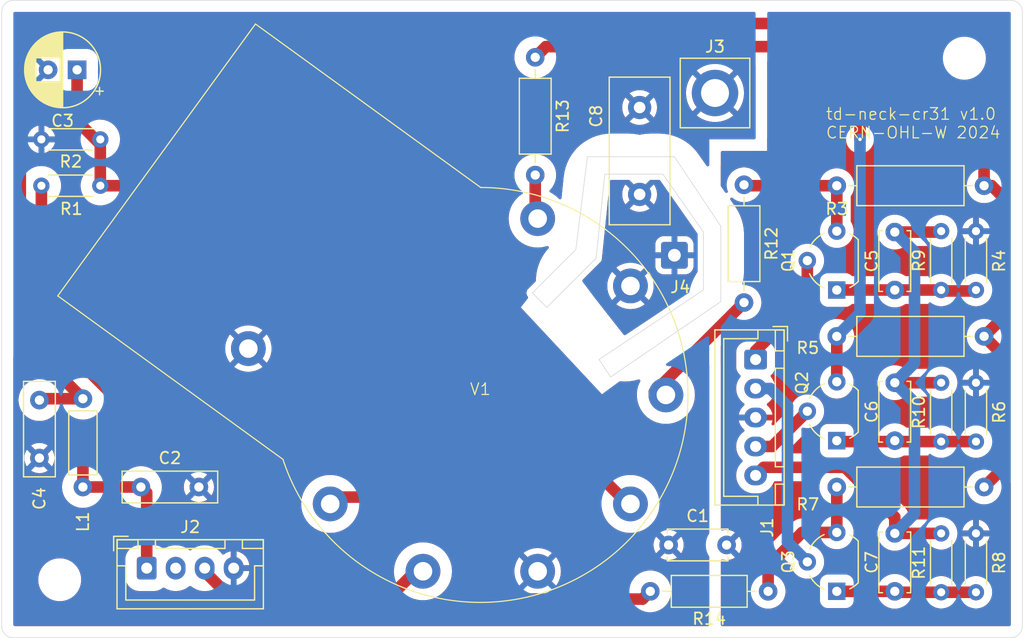
<source format=kicad_pcb>
(kicad_pcb (version 20221018) (generator pcbnew)
  (layers (0 "F.Cu" signal) (31 "B.Cu" signal) (34 "B.Paste" user) (35 "F.Paste" user) (36 "B.SilkS" user "B.Silkscreen") (37 "F.SilkS" user "F.Silkscreen") (38 "B.Mask" user) (39 "F.Mask" user) (44 "Edge.Cuts" user))
  (net 0 "")
  (net 1 "Net-(J2-Pin_1)")
  (net 2 "GND")
  (net 3 "Net-(Q1-E)")
  (net 4 "Net-(Q2-E)")
  (net 5 "Net-(Q3-E)")
  (net 6 "GND1")
  (net 8 "/H")
  (net 9 "/R_IN")
  (net 10 "Net-(Q1-C)")
  (net 11 "/G_IN")
  (net 12 "Net-(Q2-C)")
  (net 13 "/B_IN")
  (net 14 "Net-(Q3-C)")
  (net 15 "/KR")
  (net 16 "/KG")
  (net 17 "/KB")
  (net 18 "/G2")
  (net 19 "Net-(C3-Pad1)")
  (net 20 "Net-(C4-Pad1)")
  (net 21 "Net-(J1-Pin_5)")
  (footprint "Connector_JST:JST_XH_B4B-XH-A_1x04_P2.50mm_Vertical" (layer "F.Cu") (at 113.5 106)
    (fp_text reference "J2" (at 3.75 -3.55) (layer "F.SilkS"))
    (fp_text value "Conn_01x04_Pin")
    (pad "1" thru_hole roundrect (at 0 0) (size 1.7 1.95) (drill 0.95) (layers "*.Cu" "*.Mask") (roundrect_rratio 0.1470588235) (net 1 "Net-(J2-Pin_1)"))
    (pad "2" thru_hole oval (at 2.5 0) (size 1.7 1.95) (drill 0.95) (layers "*.Cu" "*.Mask"))
    (pad "3" thru_hole oval (at 5 0) (size 1.7 1.95) (drill 0.95) (layers "*.Cu" "*.Mask") (net 8 "/H"))
    (pad "4" thru_hole oval (at 7.5 0) (size 1.7 1.95) (drill 0.95) (layers "*.Cu" "*.Mask") (net 2 "GND"))
  )
  (footprint "Capacitor_THT:C_Disc_D8.0mm_W2.5mm_P5.00mm" (layer "F.Cu") (at 104.25 91.5 -90)
    (fp_text reference "C4" (at 8.5 0 90) (layer "F.SilkS"))
    (fp_text value "1000pF")
    (pad "1" thru_hole circle (at 0 0 270) (size 1.6 1.6) (drill 0.8) (layers "*.Cu" "*.Mask") (net 20 "Net-(C4-Pad1)"))
    (pad "2" thru_hole circle (at 5 0 270) (size 1.6 1.6) (drill 0.8) (layers "*.Cu" "*.Mask") (net 2 "GND"))
  )
  (footprint "Resistor_THT:R_Axial_DIN0204_L3.6mm_D1.6mm_P5.08mm_Horizontal" (layer "F.Cu") (at 182 95.08 90)
    (fp_text reference "R10" (at 2.54 -1.92 90) (layer "F.SilkS"))
    (fp_text value "330")
    (pad "1" thru_hole circle (at 0 0 90) (size 1.4 1.4) (drill 0.7) (layers "*.Cu" "*.Mask") (net 4 "Net-(Q2-E)"))
    (pad "2" thru_hole oval (at 5.08 0 90) (size 1.4 1.4) (drill 0.7) (layers "*.Cu" "*.Mask") (net 21 "Net-(J1-Pin_5)"))
  )
  (footprint "Resistor_THT:R_Axial_DIN0207_L6.3mm_D2.5mm_P10.16mm_Horizontal" (layer "F.Cu") (at 167.08 108 180)
    (fp_text reference "R14" (at 5.08 -2.37) (layer "F.SilkS"))
    (fp_text value "2.7k")
    (pad "1" thru_hole circle (at 0 0 180) (size 1.6 1.6) (drill 0.8) (layers "*.Cu" "*.Mask") (net 14 "Net-(Q3-C)"))
    (pad "2" thru_hole oval (at 10.16 0 180) (size 1.6 1.6) (drill 0.8) (layers "*.Cu" "*.Mask") (net 17 "/KB"))
  )
  (footprint "Capacitor_THT:C_Disc_D12.5mm_W5.0mm_P7.50mm" (layer "F.Cu") (at 156 73.75 90)
    (fp_text reference "C8" (at 6.75 -3.75 90) (layer "F.SilkS"))
    (fp_text value "680pF 2kV")
    (pad "1" thru_hole circle (at 0 0 90) (size 2 2) (drill 1) (layers "*.Cu" "*.Mask") (net 18 "/G2"))
    (pad "2" thru_hole circle (at 7.5 0 90) (size 2 2) (drill 1) (layers "*.Cu" "*.Mask") (net 2 "GND"))
  )
  (footprint "Resistor_THT:R_Axial_DIN0309_L9.0mm_D3.2mm_P12.70mm_Horizontal" (layer "F.Cu") (at 185.7 86 180)
    (fp_text reference "R5" (at 15.2 -1) (layer "F.SilkS"))
    (fp_text value "15k")
    (pad "1" thru_hole circle (at 0 0 180) (size 1.6 1.6) (drill 0.8) (layers "*.Cu" "*.Mask") (net 20 "Net-(C4-Pad1)"))
    (pad "2" thru_hole oval (at 12.7 0 180) (size 1.6 1.6) (drill 0.8) (layers "*.Cu" "*.Mask") (net 12 "Net-(Q2-C)"))
  )
  (footprint "MountingHole:MountingHole_3.2mm_M3_ISO14580" (layer "F.Cu") (at 106 107)
    (fp_text reference "H2" hide)
    (fp_text value "MountingHole")
    (pad "" np_thru_hole circle (at 0 0) (size 3.2 3.2) (drill 3.2) (layers "*.Cu" "*.Mask"))
  )
  (footprint "Capacitor_THT:CP_Radial_D6.3mm_P2.50mm" (layer "F.Cu") (at 107.5 63 180)
    (fp_text reference "C3" (at 1.25 -4.4) (layer "F.SilkS"))
    (fp_text value "10uF")
    (pad "1" thru_hole rect (at 0 0 180) (size 1.6 1.6) (drill 0.8) (layers "*.Cu" "*.Mask") (net 19 "Net-(C3-Pad1)"))
    (pad "2" thru_hole circle (at 2.5 0 180) (size 1.6 1.6) (drill 0.8) (layers "*.Cu" "*.Mask") (net 2 "GND"))
  )
  (footprint "Connector_Wire:SolderWire-0.5sqmm_1x01_D0.9mm_OD2.3mm" (layer "F.Cu") (at 159 79)
    (fp_text reference "J4" (at 0.5 2.75) (layer "F.SilkS"))
    (fp_text value "Wire")
    (pad "1" thru_hole roundrect (at 0 0) (size 2.3 2.3) (drill 1.1) (layers "*.Cu" "*.Mask") (roundrect_rratio 0.108696087) (net 18 "/G2"))
  )
  (footprint "td-neck:GZS8-6-1" (layer "F.Cu") (at 142.26573 91.053413)
    (fp_text reference "V1" (at 0 -0.5 unlocked) (layer "F.SilkS") (effects (font (thickness 0.1))))
    (fp_text value "~")
    (pad "0" thru_hole circle (at -20 -4) (size 3 3) (drill 1.6) (layers "*.Cu" "*.Mask") (net 2 "GND"))
    (pad "3" thru_hole circle (at -12.944272 9.404564) (size 3 3) (drill 1.6) (layers "*.Cu" "*.Mask") (net 17 "/KB"))
    (pad "4" thru_hole circle (at -4.944272 15.216904) (size 3 3) (drill 1.6) (layers "*.Cu" "*.Mask") (net 8 "/H"))
    (pad "5" thru_hole circle (at 4.944272 15.216904) (size 3 3) (drill 1.6) (layers "*.Cu" "*.Mask") (net 2 "GND"))
    (pad "6" thru_hole circle (at 12.944272 9.404564) (size 3 3) (drill 1.6) (layers "*.Cu" "*.Mask") (net 19 "Net-(C3-Pad1)"))
    (pad "7" thru_hole circle (at 16 0) (size 3 3) (drill 1.6) (layers "*.Cu" "*.Mask") (net 15 "/KR"))
    (pad "8" thru_hole circle (at 12.944272 -9.404564) (size 3 3) (drill 1.6) (layers "*.Cu" "*.Mask") (net 18 "/G2"))
    (pad "9" thru_hole circle (at 4.944272 -15.216904) (size 3 3) (drill 1.6) (layers "*.Cu" "*.Mask") (net 16 "/KG"))
  )
  (footprint "Resistor_THT:R_Axial_DIN0204_L3.6mm_D1.6mm_P5.08mm_Horizontal" (layer "F.Cu") (at 182 82 90)
    (fp_text reference "R9" (at 2.54 -1.92 90) (layer "F.SilkS"))
    (fp_text value "330")
    (pad "1" thru_hole circle (at 0 0 90) (size 1.4 1.4) (drill 0.7) (layers "*.Cu" "*.Mask") (net 3 "Net-(Q1-E)"))
    (pad "2" thru_hole oval (at 5.08 0 90) (size 1.4 1.4) (drill 0.7) (layers "*.Cu" "*.Mask") (net 21 "Net-(J1-Pin_5)"))
  )
  (footprint "Inductor_THT:L_Axial_L5.3mm_D2.2mm_P7.62mm_Horizontal_Vishay_IM-1" (layer "F.Cu") (at 108 99 90)
    (fp_text reference "L1" (at -3 0 90) (layer "F.SilkS"))
    (fp_text value "150uH")
    (pad "1" thru_hole circle (at 0 0 90) (size 1.6 1.6) (drill 0.8) (layers "*.Cu" "*.Mask") (net 1 "Net-(J2-Pin_1)"))
    (pad "2" thru_hole oval (at 7.62 0 90) (size 1.6 1.6) (drill 0.8) (layers "*.Cu" "*.Mask") (net 20 "Net-(C4-Pad1)"))
  )
  (footprint "Package_TO_SOT_THT:TO-92_Wide" (layer "F.Cu") (at 173 108 90)
    (fp_text reference "Q3" (at 2.55 -4.19 90) (layer "F.SilkS"))
    (fp_text value "2N6517TA")
    (pad "1" thru_hole rect (at 0 0 90) (size 1.5 1.5) (drill 0.8) (layers "*.Cu" "*.Mask") (net 5 "Net-(Q3-E)"))
    (pad "2" thru_hole circle (at 2.54 -2.54 90) (size 1.5 1.5) (drill 0.8) (layers "*.Cu" "*.Mask") (net 13 "/B_IN"))
    (pad "3" thru_hole circle (at 5.08 0 90) (size 1.5 1.5) (drill 0.8) (layers "*.Cu" "*.Mask") (net 14 "Net-(Q3-C)"))
  )
  (footprint "Resistor_THT:R_Axial_DIN0204_L3.6mm_D1.6mm_P5.08mm_Horizontal" (layer "F.Cu") (at 109.5 69 180)
    (fp_text reference "R2" (at 2.54 -1.92) (layer "F.SilkS"))
    (fp_text value "22k")
    (pad "1" thru_hole circle (at 0 0 180) (size 1.4 1.4) (drill 0.7) (layers "*.Cu" "*.Mask") (net 19 "Net-(C3-Pad1)"))
    (pad "2" thru_hole oval (at 5.08 0 180) (size 1.4 1.4) (drill 0.7) (layers "*.Cu" "*.Mask") (net 2 "GND"))
  )
  (footprint "Resistor_THT:R_Axial_DIN0204_L3.6mm_D1.6mm_P5.08mm_Horizontal" (layer "F.Cu") (at 185 82 90)
    (fp_text reference "R4" (at 2.5 2 90) (layer "F.SilkS"))
    (fp_text value "280")
    (pad "1" thru_hole circle (at 0 0 90) (size 1.4 1.4) (drill 0.7) (layers "*.Cu" "*.Mask") (net 3 "Net-(Q1-E)"))
    (pad "2" thru_hole oval (at 5.08 0 90) (size 1.4 1.4) (drill 0.7) (layers "*.Cu" "*.Mask") (net 6 "GND1"))
  )
  (footprint "Capacitor_THT:C_Disc_D5.0mm_W2.5mm_P5.00mm" (layer "F.Cu") (at 178 95 90)
    (fp_text reference "C6" (at 2.5 -2 90) (layer "F.SilkS"))
    (fp_text value "560pF")
    (pad "1" thru_hole circle (at 0 0 90) (size 1.6 1.6) (drill 0.8) (layers "*.Cu" "*.Mask") (net 4 "Net-(Q2-E)"))
    (pad "2" thru_hole circle (at 5 0 90) (size 1.6 1.6) (drill 0.8) (layers "*.Cu" "*.Mask") (net 21 "Net-(J1-Pin_5)"))
  )
  (footprint "Resistor_THT:R_Axial_DIN0309_L9.0mm_D3.2mm_P12.70mm_Horizontal" (layer "F.Cu") (at 185.7 99 180)
    (fp_text reference "R7" (at 15.2 -1.5) (layer "F.SilkS"))
    (fp_text value "15k")
    (pad "1" thru_hole circle (at 0 0 180) (size 1.6 1.6) (drill 0.8) (layers "*.Cu" "*.Mask") (net 20 "Net-(C4-Pad1)"))
    (pad "2" thru_hole oval (at 12.7 0 180) (size 1.6 1.6) (drill 0.8) (layers "*.Cu" "*.Mask") (net 14 "Net-(Q3-C)"))
  )
  (footprint "Resistor_THT:R_Axial_DIN0204_L3.6mm_D1.6mm_P5.08mm_Horizontal" (layer "F.Cu") (at 182 108.08 90)
    (fp_text reference "R11" (at 2.54 -1.92 90) (layer "F.SilkS"))
    (fp_text value "330")
    (pad "1" thru_hole circle (at 0 0 90) (size 1.4 1.4) (drill 0.7) (layers "*.Cu" "*.Mask") (net 5 "Net-(Q3-E)"))
    (pad "2" thru_hole oval (at 5.08 0 90) (size 1.4 1.4) (drill 0.7) (layers "*.Cu" "*.Mask") (net 21 "Net-(J1-Pin_5)"))
  )
  (footprint "Package_TO_SOT_THT:TO-92_Wide" (layer "F.Cu") (at 173 95 90)
    (fp_text reference "Q2" (at 5 -3 90) (layer "F.SilkS"))
    (fp_text value "2N6517TA")
    (pad "1" thru_hole rect (at 0 0 90) (size 1.5 1.5) (drill 0.8) (layers "*.Cu" "*.Mask") (net 4 "Net-(Q2-E)"))
    (pad "2" thru_hole circle (at 2.54 -2.54 90) (size 1.5 1.5) (drill 0.8) (layers "*.Cu" "*.Mask") (net 11 "/G_IN"))
    (pad "3" thru_hole circle (at 5.08 0 90) (size 1.5 1.5) (drill 0.8) (layers "*.Cu" "*.Mask") (net 12 "Net-(Q2-C)"))
  )
  (footprint "Resistor_THT:R_Axial_DIN0204_L3.6mm_D1.6mm_P5.08mm_Horizontal" (layer "F.Cu") (at 104.42 73)
    (fp_text reference "R1" (at 2.58 2) (layer "F.SilkS"))
    (fp_text value "180k")
    (pad "1" thru_hole circle (at 0 0) (size 1.4 1.4) (drill 0.7) (layers "*.Cu" "*.Mask") (net 1 "Net-(J2-Pin_1)"))
    (pad "2" thru_hole oval (at 5.08 0) (size 1.4 1.4) (drill 0.7) (layers "*.Cu" "*.Mask") (net 19 "Net-(C3-Pad1)"))
  )
  (footprint "Capacitor_THT:C_Disc_D5.0mm_W2.5mm_P5.00mm" (layer "F.Cu") (at 158.5 104)
    (fp_text reference "C1" (at 2.5 -2.5) (layer "F.SilkS"))
    (fp_text value "330pF")
    (pad "1" thru_hole circle (at 0 0) (size 1.6 1.6) (drill 0.8) (layers "*.Cu" "*.Mask") (net 2 "GND"))
    (pad "2" thru_hole circle (at 5 0) (size 1.6 1.6) (drill 0.8) (layers "*.Cu" "*.Mask") (net 6 "GND1"))
  )
  (footprint "Resistor_THT:R_Axial_DIN0204_L3.6mm_D1.6mm_P5.08mm_Horizontal" (layer "F.Cu") (at 185 108.08 90)
    (fp_text reference "R8" (at 2.54 2 90) (layer "F.SilkS"))
    (fp_text value "280")
    (pad "1" thru_hole circle (at 0 0 90) (size 1.4 1.4) (drill 0.7) (layers "*.Cu" "*.Mask") (net 5 "Net-(Q3-E)"))
    (pad "2" thru_hole oval (at 5.08 0 90) (size 1.4 1.4) (drill 0.7) (layers "*.Cu" "*.Mask") (net 6 "GND1"))
  )
  (footprint "Resistor_THT:R_Axial_DIN0207_L6.3mm_D2.5mm_P10.16mm_Horizontal" (layer "F.Cu") (at 147 61.92 -90)
    (fp_text reference "R13" (at 5.08 -2.37 90) (layer "F.SilkS"))
    (fp_text value "2.7k")
    (pad "1" thru_hole circle (at 0 0 270) (size 1.6 1.6) (drill 0.8) (layers "*.Cu" "*.Mask") (net 12 "Net-(Q2-C)"))
    (pad "2" thru_hole oval (at 10.16 0 270) (size 1.6 1.6) (drill 0.8) (layers "*.Cu" "*.Mask") (net 16 "/KG"))
  )
  (footprint "Resistor_THT:R_Axial_DIN0204_L3.6mm_D1.6mm_P5.08mm_Horizontal" (layer "F.Cu") (at 185 95.08 90)
    (fp_text reference "R6" (at 2.54 2 90) (layer "F.SilkS"))
    (fp_text value "280")
    (pad "1" thru_hole circle (at 0 0 90) (size 1.4 1.4) (drill 0.7) (layers "*.Cu" "*.Mask") (net 4 "Net-(Q2-E)"))
    (pad "2" thru_hole oval (at 5.08 0 90) (size 1.4 1.4) (drill 0.7) (layers "*.Cu" "*.Mask") (net 6 "GND1"))
  )
  (footprint "Capacitor_THT:C_Disc_D8.0mm_W2.5mm_P5.00mm" (layer "F.Cu") (at 113 99)
    (fp_text reference "C2" (at 2.5 -2.5) (layer "F.SilkS"))
    (fp_text value "1000pF")
    (pad "1" thru_hole circle (at 0 0) (size 1.6 1.6) (drill 0.8) (layers "*.Cu" "*.Mask") (net 1 "Net-(J2-Pin_1)"))
    (pad "2" thru_hole circle (at 5 0) (size 1.6 1.6) (drill 0.8) (layers "*.Cu" "*.Mask") (net 2 "GND"))
  )
  (footprint "Capacitor_THT:C_Disc_D5.0mm_W2.5mm_P5.00mm" (layer "F.Cu") (at 178 82 90)
    (fp_text reference "C5" (at 2.5 -2 90) (layer "F.SilkS"))
    (fp_text value "680pF")
    (pad "1" thru_hole circle (at 0 0 90) (size 1.6 1.6) (drill 0.8) (layers "*.Cu" "*.Mask") (net 3 "Net-(Q1-E)"))
    (pad "2" thru_hole circle (at 5 0 90) (size 1.6 1.6) (drill 0.8) (layers "*.Cu" "*.Mask") (net 21 "Net-(J1-Pin_5)"))
  )
  (footprint "Resistor_THT:R_Axial_DIN0309_L9.0mm_D3.2mm_P12.70mm_Horizontal" (layer "F.Cu") (at 185.7 73 180)
    (fp_text reference "R3" (at 12.7 -2) (layer "F.SilkS"))
    (fp_text value "15k")
    (pad "1" thru_hole circle (at 0 0 180) (size 1.6 1.6) (drill 0.8) (layers "*.Cu" "*.Mask") (net 20 "Net-(C4-Pad1)"))
    (pad "2" thru_hole oval (at 12.7 0 180) (size 1.6 1.6) (drill 0.8) (layers "*.Cu" "*.Mask") (net 10 "Net-(Q1-C)"))
  )
  (footprint "Connector_JST:JST_XH_B5B-XH-A_1x05_P2.50mm_Vertical" (layer "F.Cu") (at 166 88 -90)
    (fp_text reference "J1" (at 14.5 -1 90) (layer "F.SilkS"))
    (fp_text value "Conn_01x05_Pin")
    (pad "1" thru_hole roundrect (at 0 0 270) (size 1.7 1.95) (drill 0.95) (layers "*.Cu" "*.Mask") (roundrect_rratio 0.1470588235) (net 9 "/R_IN"))
    (pad "2" thru_hole oval (at 2.5 0 270) (size 1.7 1.95) (drill 0.95) (layers "*.Cu" "*.Mask") (net 13 "/B_IN"))
    (pad "3" thru_hole oval (at 5 0 270) (size 1.7 1.95) (drill 0.95) (layers "*.Cu" "*.Mask") (net 6 "GND1"))
    (pad "4" thru_hole oval (at 7.5 0 270) (size 1.7 1.95) (drill 0.95) (layers "*.Cu" "*.Mask") (net 11 "/G_IN"))
    (pad "5" thru_hole oval (at 10 0 270) (size 1.7 1.95) (drill 0.95) (layers "*.Cu" "*.Mask") (net 21 "Net-(J1-Pin_5)"))
  )
  (footprint "Capacitor_THT:C_Disc_D5.0mm_W2.5mm_P5.00mm" (layer "F.Cu") (at 178 108 90)
    (fp_text reference "C7" (at 2.5 -2 90) (layer "F.SilkS"))
    (fp_text value "680pF")
    (pad "1" thru_hole circle (at 0 0 90) (size 1.6 1.6) (drill 0.8) (layers "*.Cu" "*.Mask") (net 5 "Net-(Q3-E)"))
    (pad "2" thru_hole circle (at 5 0 90) (size 1.6 1.6) (drill 0.8) (layers "*.Cu" "*.Mask") (net 21 "Net-(J1-Pin_5)"))
  )
  (footprint "MountingHole:MountingHole_3.2mm_M3_ISO14580" (layer "F.Cu") (at 184 62)
    (fp_text reference "H1" hide)
    (fp_text value "MountingHole")
    (pad "" np_thru_hole circle (at 0 0) (size 3.2 3.2) (drill 3.2) (layers "*.Cu" "*.Mask"))
  )
  (footprint "td-neck:monitor_1p" (layer "F.Cu") (at 162.5 65)
    (fp_text reference "J3" (at 0 -4 unlocked) (layer "F.SilkS"))
    (fp_text value "Conn_01x01_Pin")
    (pad "1" thru_hole circle (at 0 0) (size 4 4) (drill 2.41) (layers "*.Cu" "*.Mask") (net 2 "GND"))
  )
  (footprint "Package_TO_SOT_THT:TO-92_Wide" (layer "F.Cu") (at 173 82 90)
    (fp_text reference "Q1" (at 2.55 -4.19 90) (layer "F.SilkS"))
    (fp_text value "2N6517TA")
    (pad "1" thru_hole rect (at 0 0 90) (size 1.5 1.5) (drill 0.8) (layers "*.Cu" "*.Mask") (net 3 "Net-(Q1-E)"))
    (pad "2" thru_hole circle (at 2.54 -2.54 90) (size 1.5 1.5) (drill 0.8) (layers "*.Cu" "*.Mask") (net 9 "/R_IN"))
    (pad "3" thru_hole circle (at 5.08 0 90) (size 1.5 1.5) (drill 0.8) (layers "*.Cu" "*.Mask") (net 10 "Net-(Q1-C)"))
  )
  (footprint "Resistor_THT:R_Axial_DIN0207_L6.3mm_D2.5mm_P10.16mm_Horizontal" (layer "F.Cu") (at 165 72.92 -90)
    (fp_text reference "R12" (at 5.08 -2.37 90) (layer "F.SilkS"))
    (fp_text value "2.7k")
    (pad "1" thru_hole circle (at 0 0 270) (size 1.6 1.6) (drill 0.8) (layers "*.Cu" "*.Mask") (net 10 "Net-(Q1-C)"))
    (pad "2" thru_hole oval (at 10.16 0 270) (size 1.6 1.6) (drill 0.8) (layers "*.Cu" "*.Mask") (net 15 "/KR"))
  )
  (gr_line (start 188 112) (end 102 112) (stroke (width 0.05)) (layer "Edge.Cuts"))
  (gr_arc (start 102 112) (mid 101.292893 111.707107) (end 101 111) (stroke (width 0.05)) (layer "Edge.Cuts"))
  (gr_arc (start 189 111) (mid 188.707107 111.707107) (end 188 112) (stroke (width 0.05)) (layer "Edge.Cuts"))
  (gr_line (start 148 83.5) (end 152.25 79.25) (stroke (width 0.05)) (layer "Edge.Cuts"))
  (gr_line (start 150.5 78.5) (end 151.5 70.5) (stroke (width 0.05)) (layer "Edge.Cuts"))
  (gr_line (start 161.5 82) (end 152.5 88) (stroke (width 0.05)) (layer "Edge.Cuts"))
  (gr_line (start 153 72) (end 158 72) (stroke (width 0.05)) (layer "Edge.Cuts"))
  (gr_line (start 163 76.5) (end 163 83) (stroke (width 0.05)) (layer "Edge.Cuts"))
  (gr_line (start 158 72) (end 161.5 77) (stroke (width 0.05)) (layer "Edge.Cuts"))
  (gr_line (start 102 57) (end 188 57) (stroke (width 0.05)) (layer "Edge.Cuts"))
  (gr_line (start 151.5 70.5) (end 159 70.5) (stroke (width 0.05)) (layer "Edge.Cuts"))
  (gr_line (start 159 70.5) (end 163 76.5) (stroke (width 0.05)) (layer "Edge.Cuts"))
  (gr_line (start 189 58) (end 189 111) (stroke (width 0.05)) (layer "Edge.Cuts"))
  (gr_arc (start 101 58) (mid 101.292893 57.292893) (end 102 57) (stroke (width 0.05)) (layer "Edge.Cuts"))
  (gr_line (start 146.75 82.25) (end 148 83.5) (stroke (width 0.05)) (layer "Edge.Cuts"))
  (gr_line (start 153.5 89.5) (end 152.5 88) (stroke (width 0.05)) (layer "Edge.Cuts"))
  (gr_line (start 146.75 82.25) (end 150.5 78.5) (stroke (width 0.05)) (layer "Edge.Cuts"))
  (gr_line (start 101 111) (end 101 58) (stroke (width 0.05)) (layer "Edge.Cuts"))
  (gr_line (start 163 83) (end 153.5 89.5) (stroke (width 0.05)) (layer "Edge.Cuts"))
  (gr_line (start 152.25 79.25) (end 153 72) (stroke (width 0.05)) (layer "Edge.Cuts"))
  (gr_line (start 161.5 77) (end 161.5 82) (stroke (width 0.05)) (layer "Edge.Cuts"))
  (gr_arc (start 188 57) (mid 188.707107 57.292893) (end 189 58) (stroke (width 0.05)) (layer "Edge.Cuts"))
  (gr_text "td-neck-cr31 v1.0\nCERN-OHL-W 2024" (at 172 69) (layer "F.SilkS") (effects (font (size 1 1) (thickness 0.1)) (justify left bottom)))
  (segment (start 108 97) (end 110.5 94.5) (width 1) (layer "F.Cu") (net 1))
  (segment (start 108 99) (end 108 97) (width 1) (layer "F.Cu") (net 1))
  (segment (start 113 99) (end 108 99) (width 1) (layer "F.Cu") (net 1))
  (segment (start 110.5 94.5) (end 110.5 91) (width 1) (layer "F.Cu") (net 1))
  (segment (start 113.5 106) (end 113.5 99.5) (width 1) (layer "F.Cu") (net 1))
  (segment (start 110.5 91) (end 104.42 84.92) (width 1) (layer "F.Cu") (net 1))
  (segment (start 104.42 84.92) (end 104.42 73) (width 1) (layer "F.Cu") (net 1))
  (segment (start 113.5 99.5) (end 113 99) (width 1) (layer "F.Cu") (net 1))
  (segment (start 185 82) (end 184.92 82.08) (width 1) (layer "F.Cu") (net 3))
  (segment (start 182 82) (end 178 82) (width 1) (layer "F.Cu") (net 3))
  (segment (start 184.92 82.08) (end 182 82.08) (width 1) (layer "F.Cu") (net 3))
  (segment (start 173 82) (end 178 82) (width 1) (layer "F.Cu") (net 3))
  (segment (start 185 95.08) (end 173.08 95.08) (width 1) (layer "F.Cu") (net 4))
  (segment (start 173.08 95.08) (end 173 95) (width 1) (layer "F.Cu") (net 4))
  (segment (start 185 108.08) (end 182 108.08) (width 1) (layer "F.Cu") (net 5))
  (segment (start 178 108) (end 173 108) (width 1) (layer "F.Cu") (net 5))
  (segment (start 182 108.08) (end 178.08 108.08) (width 1) (layer "F.Cu") (net 5))
  (segment (start 178.08 108.08) (end 178 108) (width 1) (layer "F.Cu") (net 5))
  (segment (start 120.200063 108) (end 134.949736 108) (width 1) (layer "F.Cu") (net 8))
  (segment (start 118.5 106.299937) (end 120.200063 108) (width 1) (layer "F.Cu") (net 8))
  (segment (start 118.5 106) (end 118.5 106.299937) (width 1) (layer "F.Cu") (net 8))
  (segment (start 134.949736 108) (end 137.630475 105.319261) (width 1) (layer "F.Cu") (net 8))
  (segment (start 170.46 82.79) (end 170.46 79.46) (width 1) (layer "F.Cu") (net 9))
  (segment (start 166 87.25) (end 170.46 82.79) (width 1) (layer "F.Cu") (net 9))
  (segment (start 166 88) (end 166 87.25) (width 1) (layer "F.Cu") (net 9))
  (segment (start 173 76.92) (end 173 73) (width 1) (layer "F.Cu") (net 10))
  (segment (start 165.08 73) (end 165 72.92) (width 1) (layer "F.Cu") (net 10))
  (segment (start 173 73) (end 165.08 73) (width 1) (layer "F.Cu") (net 10))
  (segment (start 167.42 95.5) (end 170.46 92.46) (width 1) (layer "F.Cu") (net 11))
  (segment (start 166 95.5) (end 167.42 95.5) (width 1) (layer "F.Cu") (net 11))
  (segment (start 173 61) (end 147.92 61) (width 1) (layer "F.Cu") (net 12))
  (segment (start 175 63) (end 173 61) (width 1) (layer "F.Cu") (net 12))
  (segment (start 147.92 61) (end 147 61.92) (width 1) (layer "F.Cu") (net 12))
  (segment (start 173 89.92) (end 173 86) (width 1) (layer "F.Cu") (net 12))
  (segment (start 175 69) (end 175 63) (width 1) (layer "F.Cu") (net 12))
  (via (at 175 69) (size 0.6) (drill 0.3) (layers "F.Cu" "B.Cu") (net 12))
  (segment (start 173 86) (end 175 84) (width 1) (layer "B.Cu") (net 12))
  (segment (start 175 84) (end 175 69) (width 1) (layer "B.Cu") (net 12))
  (segment (start 166 90.5) (end 167.25 90.5) (width 1) (layer "B.Cu") (net 13))
  (segment (start 168.75 92) (end 168.75 103.75) (width 1) (layer "B.Cu") (net 13))
  (segment (start 167.25 90.5) (end 168.75 92) (width 1) (layer "B.Cu") (net 13))
  (segment (start 168.75 103.75) (end 170.46 105.46) (width 1) (layer "B.Cu") (net 13))
  (segment (start 167.08 105.854695) (end 167.08 108) (width 1) (layer "F.Cu") (net 14))
  (segment (start 170.014695 102.92) (end 167.08 105.854695) (width 1) (layer "F.Cu") (net 14))
  (segment (start 173 102.92) (end 170.014695 102.92) (width 1) (layer "F.Cu") (net 14))
  (segment (start 173 99) (end 173 102.92) (width 1) (layer "F.Cu") (net 14))
  (segment (start 157.26573 90.81427) (end 157.26573 91.053413) (width 1) (layer "F.Cu") (net 15))
  (segment (start 165 83.08) (end 157.26573 90.81427) (width 1) (layer "F.Cu") (net 15))
  (segment (start 147 72.08) (end 147 76.68855) (width 1) (layer "F.Cu") (net 16))
  (segment (start 147 76.68855) (end 146.900985 76.787565) (width 1) (layer "F.Cu") (net 16))
  (segment (start 156.92 108) (end 156.249683 108.670317) (width 1) (layer "F.Cu") (net 17))
  (segment (start 156.249683 108.670317) (end 145.670317 108.670317) (width 1) (layer "F.Cu") (net 17))
  (segment (start 136.870192 99.870192) (end 130.130475 99.870192) (width 1) (layer "F.Cu") (net 17))
  (segment (start 145.670317 108.670317) (end 136.870192 99.870192) (width 1) (layer "F.Cu") (net 17))
  (segment (start 107.5 67.42) (end 107.5 63) (width 1) (layer "F.Cu") (net 19))
  (segment (start 109.5 73) (end 109.5 69.42) (width 1) (layer "F.Cu") (net 19))
  (segment (start 154.400985 99.870192) (end 127.530793 73) (width 1) (layer "F.Cu") (net 19))
  (segment (start 127.530793 73) (end 109.5 73) (width 1) (layer "F.Cu") (net 19))
  (segment (start 109.5 69.42) (end 107.5 67.42) (width 1) (layer "F.Cu") (net 19))
  (segment (start 108 91.38) (end 104.37 91.38) (width 1) (layer "F.Cu") (net 20))
  (segment (start 185.7 70.7) (end 185.7 73) (width 1) (layer "F.Cu") (net 20))
  (segment (start 108 91.38) (end 102.6 85.98) (width 1) (layer "F.Cu") (net 20))
  (segment (start 174 59) (end 185.7 70.7) (width 1) (layer "F.Cu") (net 20))
  (segment (start 102.6 85.98) (end 102.6 62.4) (width 1) (layer "F.Cu") (net 20))
  (segment (start 102.6 62.4) (end 106 59) (width 1) (layer "F.Cu") (net 20))
  (segment (start 186.35 73) (end 187.4 74.05) (width 1) (layer "F.Cu") (net 20))
  (segment (start 106 59) (end 174 59) (width 1) (layer "F.Cu") (net 20))
  (segment (start 187.4 97.3) (end 185.7 99) (width 1) (layer "F.Cu") (net 20))
  (segment (start 187.4 84.3) (end 185.7 86) (width 1) (layer "F.Cu") (net 20))
  (segment (start 187.4 87.7) (end 187.4 97.3) (width 1) (layer "F.Cu") (net 20))
  (segment (start 104.37 91.38) (end 104.25 91.5) (width 1) (layer "F.Cu") (net 20))
  (segment (start 187.4 74.05) (end 187.4 84.3) (width 1) (layer "F.Cu") (net 20))
  (segment (start 185.7 73) (end 186.35 73) (width 1) (layer "F.Cu") (net 20))
  (segment (start 185.7 86) (end 187.4 87.7) (width 1) (layer "F.Cu") (net 20))
  (segment (start 166.7 97.3) (end 173.704164 97.3) (width 1) (layer "F.Cu") (net 21))
  (segment (start 166 98) (end 166.7 97.3) (width 1) (layer "F.Cu") (net 21))
  (segment (start 178 77) (end 182 77) (width 1) (layer "F.Cu") (net 21))
  (segment (start 173.704164 97.3) (end 178 101.595836) (width 1) (layer "F.Cu") (net 21))
  (segment (start 178 101.595836) (end 178 103) (width 1) (layer "F.Cu") (net 21))
  (segment (start 178 90) (end 182 90) (width 1) (layer "F.Cu") (net 21))
  (segment (start 178 103) (end 182 103) (width 1) (layer "F.Cu") (net 21))
  (segment (start 179.7 78.7) (end 178 77) (width 1) (layer "B.Cu") (net 21))
  (segment (start 178 90) (end 179.7 88.3) (width 1) (layer "B.Cu") (net 21))
  (segment (start 179.7 91.7) (end 179.7 101.3) (width 1) (layer "B.Cu") (net 21))
  (segment (start 179.7 88.3) (end 179.7 78.7) (width 1) (layer "B.Cu") (net 21))
  (segment (start 178 90) (end 179.7 91.7) (width 1) (layer "B.Cu") (net 21))
  (segment (start 179.7 101.3) (end 178 103) (width 1) (layer "B.Cu") (net 21))
  (zone (net 2) (net_name "GND") (layers "F&B.Cu") (priority 2) (connect_pads (clearance 1)) (min_thickness 0.25) (fill yes (thermal_gap 0.5) (thermal_bridge_width 0.5))
    (polygon (pts (xy 102 111) (xy 162 111) (xy 162 69) (xy 166 69) (xy 166 58) (xy 102 58)))
  )
  (zone (net 18) (net_name "/G2") (layers "F&B.Cu") (priority 3) (connect_pads (clearance 4)) (min_thickness 0.25) (fill yes (thermal_gap 0.5) (thermal_bridge_width 0.5))
    (polygon (pts (xy 150.5 80.5) (xy 155 86.5) (xy 161.5 82) (xy 161.5 77) (xy 158 72) (xy 153 72)))
  )
  (zone (net 0) (net_name "") (layers "F&B.Cu") (connect_pads (clearance 0)) (min_thickness 0.25)
    (keepout (tracks not_allowed) (vias not_allowed) (pads allowed) (copperpour not_allowed) (footprints allowed))
    (fill (thermal_gap 0.5) (thermal_bridge_width 0.5))
    (polygon (pts (xy 149.25 79) (xy 145.75 83.5) (xy 152.75 91) (xy 156.5 88.25)))
  )
  (zone (net 6) (net_name "GND1") (layers "F&B.Cu") (priority 1) (connect_pads (clearance 0.7)) (min_thickness 0.25) (fill yes (thermal_gap 0.5) (thermal_bridge_width 0.5))
    (polygon (pts (xy 188 111) (xy 188 58) (xy 167 58) (xy 167 70) (xy 163 70) (xy 163 111)))
  )
)
</source>
